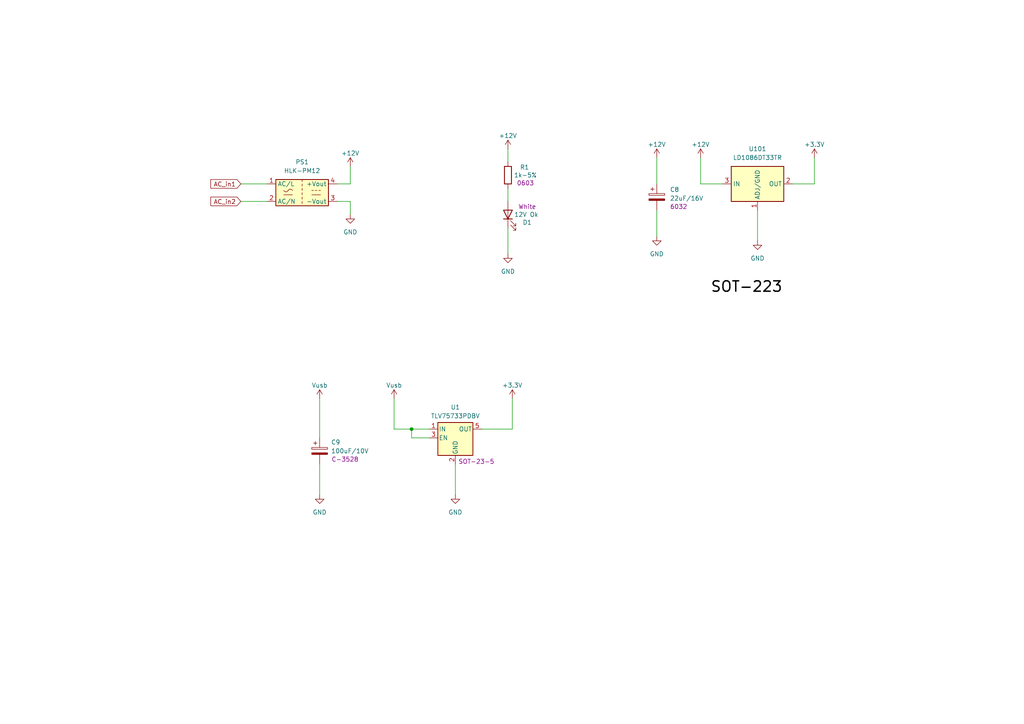
<source format=kicad_sch>
(kicad_sch (version 20250114) (generator "eeschema") (generator_version "9.0")
  (paper "A4")
  (lib_symbols
    (symbol "+3.3V_1" (power) (pin_names (offset 0))
      (property "Value" "+3.3V_1" (at 0 3.556 0))
      (symbol "+3.3V_1_0_1"
        (polyline (pts (xy -0.762 1.27) (xy 0 2.54)))
        (polyline (pts (xy 0 2.54) (xy 0.762 1.27)))
        (polyline (pts (xy 0 0) (xy 0 2.54)))
      )
      (symbol "+3.3V_1_1_1"
        (pin power_in line (at 0 0 90) (length 0) (hide yes) (name "+3.3V") (number "1"))
      )
    )
    (symbol "Converter_ACDC:HLK-PM12"
      (property "Reference" "PS" (at 0 5.08 0))
      (property "Value" "HLK-PM12" (at 0 -5.08 0))
      (symbol "HLK-PM12_0_1"
        (rectangle (start -7.62 3.81) (end 7.62 -3.81) (stroke (width 0.254)) (fill (type background)))
        (polyline (pts (xy -5.334 -0.635) (xy -2.794 -0.635)))
        (arc (start -4.064 0.635) (mid -4.699 0.2495) (end -5.334 0.635))
        (arc (start -4.064 0.635) (mid -3.429 1.0072) (end -2.794 0.635))
        (polyline (pts (xy 0 3.81) (xy 0 3.175)))
        (polyline (pts (xy 0 2.54) (xy 0 1.905)))
        (polyline (pts (xy 0 1.27) (xy 0 0.635)))
        (polyline (pts (xy 0 0) (xy 0 -0.635)))
        (polyline (pts (xy 0 -1.27) (xy 0 -1.905)))
        (polyline (pts (xy 0 -2.54) (xy 0 -3.175)))
        (polyline (pts (xy 2.794 0.635) (xy 3.302 0.635)))
        (polyline (pts (xy 2.794 -0.635) (xy 5.334 -0.635)))
        (polyline (pts (xy 3.81 0.635) (xy 4.318 0.635)))
        (polyline (pts (xy 4.826 0.635) (xy 5.334 0.635)))
      )
      (symbol "HLK-PM12_1_1"
        (pin power_in line (at -10.16 2.54 0) (length 2.54) (name "AC/L") (number "1"))
        (pin power_in line (at -10.16 -2.54 0) (length 2.54) (name "AC/N") (number "2"))
        (pin power_out line (at 10.16 2.54 180) (length 2.54) (name "+Vout") (number "4"))
        (pin power_out line (at 10.16 -2.54 180) (length 2.54) (name "-Vout") (number "3"))
      )
    )
    (symbol "Device:C_Polarized" (pin_numbers (hide yes)) (pin_names (offset 0.254))
      (property "Reference" "C" (at 0.635 2.54 0))
      (property "Value" "C_Polarized" (at 0.635 -2.54 0))
      (symbol "C_Polarized_0_1"
        (rectangle (start -2.286 0.508) (end 2.286 1.016))
        (polyline (pts (xy -1.778 2.286) (xy -0.762 2.286)))
        (polyline (pts (xy -1.27 2.794) (xy -1.27 1.778)))
        (rectangle (start 2.286 -0.508) (end -2.286 -1.016) (fill (type outline)))
      )
      (symbol "C_Polarized_1_1"
        (pin passive line (at 0 3.81 270) (length 2.794) (name "~") (number "1"))
        (pin passive line (at 0 -3.81 90) (length 2.794) (name "~") (number "2"))
      )
    )
    (symbol "Device:LED" (pin_numbers (hide yes)) (pin_names (offset 1.016) (hide yes))
      (property "Reference" "D" (at 0 2.54 0))
      (property "Value" "LED" (at 0 -2.54 0))
      (symbol "LED_0_1"
        (polyline (pts (xy -3.048 -0.762) (xy -4.572 -2.286) (xy -3.81 -2.286) (xy -4.572 -2.286) (xy -4.572 -1.524)))
        (polyline (pts (xy -1.778 -0.762) (xy -3.302 -2.286) (xy -2.54 -2.286) (xy -3.302 -2.286) (xy -3.302 -1.524)))
        (polyline (pts (xy -1.27 0) (xy 1.27 0)))
        (polyline (pts (xy -1.27 -1.27) (xy -1.27 1.27)) (stroke (width 0.254)))
        (polyline (pts (xy 1.27 -1.27) (xy 1.27 1.27) (xy -1.27 0) (xy 1.27 -1.27)) (stroke (width 0.254)))
      )
      (symbol "LED_1_1"
        (pin passive line (at -3.81 0 0) (length 2.54) (name "K") (number "1"))
        (pin passive line (at 3.81 0 180) (length 2.54) (name "A") (number "2"))
      )
    )
    (symbol "Device:R" (pin_numbers (hide yes)) (pin_names (offset 0))
      (property "Reference" "R" (at 2.032 0 90))
      (property "Value" "R" (at 0 0 90))
      (symbol "R_0_1"
        (rectangle (start -1.016 -2.54) (end 1.016 2.54) (stroke (width 0.254)))
      )
      (symbol "R_1_1"
        (pin passive line (at 0 3.81 270) (length 1.27) (name "~") (number "1"))
        (pin passive line (at 0 -3.81 90) (length 1.27) (name "~") (number "2"))
      )
    )
    (symbol "Regulator_Linear:LD1086D2T33TR"
      (property "Reference" "U" (at 0 10.16 0))
      (property "Value" "LD1086D2T33TR" (at 0 7.62 0))
      (symbol "LD1086D2T33TR_1_1"
        (rectangle (start -7.62 -5.08) (end 7.62 5.08) (stroke (width 0.254)) (fill (type background)))
        (pin power_in line (at -10.16 0 0) (length 2.54) (name "IN") (number "3"))
        (pin input line (at 0 -7.62 90) (length 2.54) (name "ADJ/GND") (number "1"))
        (pin power_out line (at 10.16 0 180) (length 2.54) (name "OUT") (number "2"))
      )
    )
    (symbol "Regulator_Linear:TLV75733PDBV" (pin_names (offset 0.254))
      (property "Reference" "U" (at -3.81 5.715 0))
      (property "Value" "TLV75733PDBV" (at 0 5.715 0))
      (symbol "TLV75733PDBV_0_1"
        (rectangle (start -5.08 4.445) (end 5.08 -5.08) (stroke (width 0.254)) (fill (type background)))
      )
      (symbol "TLV75733PDBV_1_1"
        (pin power_in line (at -7.62 2.54 0) (length 2.54) (name "IN") (number "1"))
        (pin input line (at -7.62 0 0) (length 2.54) (name "EN") (number "3"))
        (pin power_in line (at 0 -7.62 90) (length 2.54) (name "GND") (number "2"))
        (pin no_connect line (at 5.08 0 180) (length 2.54) (hide yes) (name "NC") (number "4"))
        (pin power_out line (at 7.62 2.54 180) (length 2.54) (name "OUT") (number "5"))
      )
    )
    (symbol "power:+3.3V" (power) (pin_names (offset 0))
      (property "Value" "+3.3V" (at 0 3.556 0))
      (symbol "+3.3V_0_1"
        (polyline (pts (xy -0.762 1.27) (xy 0 2.54)))
        (polyline (pts (xy 0 2.54) (xy 0.762 1.27)))
        (polyline (pts (xy 0 0) (xy 0 2.54)))
      )
      (symbol "+3.3V_1_1"
        (pin power_in line (at 0 0 90) (length 0) (hide yes) (name "+3.3V") (number "1"))
      )
    )
    (symbol "power:+5VP" (power) (pin_names (offset 0))
      (property "Value" "+5VP" (at 0 3.556 0))
      (symbol "+5VP_0_1"
        (polyline (pts (xy -0.762 1.27) (xy 0 2.54)))
        (polyline (pts (xy 0 2.54) (xy 0.762 1.27)))
        (polyline (pts (xy 0 0) (xy 0 2.54)))
      )
      (symbol "+5VP_1_1"
        (pin power_in line (at 0 0 90) (length 0) (hide yes) (name "+5VP") (number "1"))
      )
    )
    (symbol "power:GND" (power) (pin_names (offset 0))
      (property "Value" "GND" (at 0 -3.81 0))
      (symbol "GND_0_1"
        (polyline (pts (xy 0 0) (xy 0 -1.27) (xy 1.27 -1.27) (xy 0 -2.54) (xy -1.27 -1.27) (xy 0 -1.27)))
      )
      (symbol "GND_1_1"
        (pin power_in line (at 0 0 270) (length 0) (hide yes) (name "GND") (number "1"))
      )
    )
  )
  (text "SOT-223" (at 205.994 85.09 0) (effects (font (size 3 3) (thickness 0.4) (bold yes)) (justify left bottom)))
  (junction (at 119.38 124.46))
  (wire (pts (xy 92.71 115.57) (xy 92.71 127)))
  (wire (pts (xy 119.38 124.46) (xy 114.3 124.46)))
  (wire (pts (xy 147.32 66.04) (xy 147.32 73.66)))
  (wire (pts (xy 92.71 143.51) (xy 92.71 134.62)))
  (wire (pts (xy 190.5 45.72) (xy 190.5 53.34)))
  (wire (pts (xy 236.22 53.34) (xy 229.87 53.34)))
  (wire (pts (xy 114.3 124.46) (xy 114.3 115.57)))
  (wire (pts (xy 97.79 58.42) (xy 101.6 58.42)))
  (wire (pts (xy 148.59 124.46) (xy 139.7 124.46)))
  (wire (pts (xy 119.38 127) (xy 119.38 124.46)))
  (wire (pts (xy 101.6 48.26) (xy 101.6 53.34)))
  (wire (pts (xy 219.71 69.85) (xy 219.71 60.96)))
  (wire (pts (xy 147.32 43.18) (xy 147.32 46.99)))
  (wire (pts (xy 69.85 53.34) (xy 77.47 53.34)))
  (wire (pts (xy 101.6 53.34) (xy 97.79 53.34)))
  (wire (pts (xy 190.5 60.96) (xy 190.5 68.58)))
  (wire (pts (xy 124.46 124.46) (xy 119.38 124.46)))
  (wire (pts (xy 209.55 53.34) (xy 203.2 53.34)))
  (wire (pts (xy 124.46 127) (xy 119.38 127)))
  (wire (pts (xy 132.08 143.51) (xy 132.08 134.62)))
  (wire (pts (xy 69.85 58.42) (xy 77.47 58.42)))
  (wire (pts (xy 203.2 53.34) (xy 203.2 45.72)))
  (wire (pts (xy 101.6 58.42) (xy 101.6 62.23)))
  (wire (pts (xy 147.32 54.61) (xy 147.32 58.42)))
  (wire (pts (xy 148.59 115.57) (xy 148.59 124.46)))
  (wire (pts (xy 236.22 45.72) (xy 236.22 53.34)))
  (global_label "AC_in1" (shape input) (at 69.85 53.34 180) (property "Intersheetrefs" "${INTERSHEET_REFS}" (effects (hide yes))))
  (global_label "AC_in2" (shape input) (at 69.85 58.42 180) (property "Intersheetrefs" "${INTERSHEET_REFS}" (effects (hide yes))))
  (symbol (lib_name "+3.3V_1") (lib_id "power:+3.3V") (at 236.22 45.72 0) (unit 1)
    (property "Reference" "#PWR05" (effects (hide yes)))
    (property "Value" "+3.3V" (at 236.22 41.91 0))
  )
  (symbol (lib_id "power:+5VP") (at 114.3 115.57 0) (unit 1)
    (property "Reference" "#PWR054" (effects (hide yes)))
    (property "Value" "Vusb" (at 114.3 111.76 0))
  )
  (symbol (lib_id "power:+3.3V") (at 203.2 45.72 0) (unit 1)
    (property "Reference" "#PWR03" (effects (hide yes)))
    (property "Value" "+12V" (at 203.2 41.91 0))
  )
  (symbol (lib_id "Device:C_Polarized") (at 190.5 57.15 0) (unit 1)
    (property "Reference" "C8" (at 194.31 54.9909 0) (effects (justify left)))
    (property "Value" "22uF/16V" (at 194.31 57.5309 0) (effects (justify left)))
    (property "Footprint" "Capacitor_Tantalum_SMD:CP_EIA-6032-20_AVX-F" (effects (hide yes)))
    (property "Description" "Polarized capacitor" (effects (hide yes)))
    (property "LCSC part" "C11376" (effects (hide yes)))
    (property "Manufacturer" "Kyocera AVX" (effects (hide yes)))
    (property "Package" "6032" (at 196.85 59.944 0))
  )
  (symbol (lib_id "Regulator_Linear:TLV75733PDBV") (at 132.08 127 0) (unit 1)
    (property "Reference" "U1" (at 132.08 118.11 0))
    (property "Value" "TLV75733PDBV" (at 132.08 120.65 0))
    (property "Footprint" "Package_TO_SOT_SMD:SOT-23-5" (effects (hide yes)))
    (property "Datasheet" "https://www.ti.com/lit/ds/symlink/tlv757p.pdf" (effects (hide yes)))
    (property "Description" "1A Low IQ Small Size Low Dropout Voltage Regulator, Fixed Output 3.3V, SOT-23-5" (effects (hide yes)))
    (property "LCSC part" "C485517" (effects (hide yes)))
    (property "Manufacturer" "Texas Instruments" (effects (hide yes)))
    (property "Package" "SOT-23-5" (at 138.176 133.858 0))
  )
  (symbol (lib_id "power:GND") (at 190.5 68.58 0) (unit 1)
    (property "Reference" "#PWR08" (effects (hide yes)))
    (property "Value" "GND" (at 190.5 73.66 0))
  )
  (symbol (lib_id "Device:LED") (at 147.32 62.23 90) (unit 1)
    (property "Reference" "D1" (at 152.908 64.516 90))
    (property "Value" "12V Ok" (at 152.654 62.23 90))
    (property "Footprint" "LED_SMD:LED_0603_1608Metric" (effects (hide yes)))
    (property "LCSC part" "C965808" (effects (hide yes)))
    (property "Manufacturer" "XINGLIGHT" (effects (hide yes)))
    (property "Package" "White" (at 152.908 59.944 90))
  )
  (symbol (lib_name "+3.3V_1") (lib_id "power:+3.3V") (at 148.59 115.57 0) (unit 1)
    (property "Reference" "#PWR018" (effects (hide yes)))
    (property "Value" "+3.3V" (at 148.59 111.76 0))
  )
  (symbol (lib_id "Device:R") (at 147.32 50.8 0) (unit 1)
    (property "Reference" "R1" (at 152.146 48.514 0))
    (property "Value" "1k-5%" (at 152.4 50.8 0))
    (property "Footprint" "Resistor_SMD:R_0603_1608Metric" (effects (hide yes)))
    (property "LCSC part" "C2907113" (effects (hide yes)))
    (property "Manufacturer" "FOJAN" (effects (hide yes)))
    (property "Package" "0603" (at 152.4 53.086 0))
  )
  (symbol (lib_id "Converter_ACDC:HLK-PM12") (at 87.63 55.88 0) (unit 1)
    (property "Reference" "PS1" (at 87.63 46.99 0))
    (property "Value" "HLK-PM12" (at 87.63 49.53 0))
    (property "Footprint" "footprints:C209905_HLK-PM12_mod" (effects (hide yes)))
    (property "Datasheet" "https://h.hlktech.com/download/ACDC%E7%94%B5%E6%BA%90%E6%A8%A1%E5%9D%973W%E7%B3%BB%E5%88%97/1/%E6%B5%B7%E5%87%8C%E7%A7%913W%E7%B3%BB%E5%88%97%E7%94%B5%E6%BA%90%E6%A8%A1%E5%9D%97%E8%A7%84%E6%A0%BC%E4%B9%A6V2.8.pdf" (effects (hide yes)))
    (property "Description" "Compact AC/DC board mount power module 3W 12V" (effects (hide yes)))
    (property "LCSC part" "C209905" (effects (hide yes)))
    (property "Manufacturer" "Hi-Link" (effects (hide yes)))
  )
  (symbol (lib_id "Device:C_Polarized") (at 92.71 130.81 0) (unit 1)
    (property "Reference" "C9" (at 96.012 128.27 0) (effects (justify left)))
    (property "Value" "100uF/10V" (at 96.012 130.81 0) (effects (justify left)))
    (property "Footprint" "Capacitor_Tantalum_SMD:CP_EIA-3528-21_Kemet-B" (effects (hide yes)))
    (property "Description" "Polarized capacitor" (effects (hide yes)))
    (property "LCSC part" "C122271" (effects (hide yes)))
    (property "Manufacturer" "Kemet" (effects (hide yes)))
    (property "Package" "C-3528" (at 100.076 133.2231 0))
  )
  (symbol (lib_id "power:GND") (at 219.71 69.85 0) (unit 1)
    (property "Reference" "#PWR09" (effects (hide yes)))
    (property "Value" "GND" (at 219.71 74.93 0))
  )
  (symbol (lib_id "power:GND") (at 132.08 143.51 0) (unit 1)
    (property "Reference" "#PWR011" (effects (hide yes)))
    (property "Value" "GND" (at 132.08 148.59 0))
  )
  (symbol (lib_id "power:GND") (at 147.32 73.66 0) (unit 1)
    (property "Reference" "#PWR010" (effects (hide yes)))
    (property "Value" "GND" (at 147.32 78.74 0))
  )
  (symbol (lib_id "power:+5VP") (at 92.71 115.57 0) (unit 1)
    (property "Reference" "#PWR055" (effects (hide yes)))
    (property "Value" "Vusb" (at 92.71 111.76 0))
  )
  (symbol (lib_id "power:GND") (at 92.71 143.51 0) (unit 1)
    (property "Reference" "#PWR019" (effects (hide yes)))
    (property "Value" "GND" (at 92.71 148.59 0))
  )
  (symbol (lib_id "power:+3.3V") (at 147.32 43.18 0) (unit 1)
    (property "Reference" "#PWR01" (effects (hide yes)))
    (property "Value" "+12V" (at 147.32 39.37 0))
  )
  (symbol (lib_id "power:+3.3V") (at 101.6 48.26 0) (unit 1)
    (property "Reference" "#PWR06" (effects (hide yes)))
    (property "Value" "+12V" (at 101.6 44.45 0))
  )
  (symbol (lib_id "power:+3.3V") (at 190.5 45.72 0) (unit 1)
    (property "Reference" "#PWR02" (effects (hide yes)))
    (property "Value" "+12V" (at 190.5 41.91 0))
  )
  (symbol (lib_id "Regulator_Linear:LD1086D2T33TR") (at 219.71 53.34 0) (unit 1)
    (property "Reference" "U101" (at 219.71 43.18 0))
    (property "Value" "LD1086DT33TR" (at 219.71 45.72 0))
    (property "Footprint" "Package_TO_SOT_SMD:TO-252-2" (effects (hide yes)))
    (property "Datasheet" "https://www.st.com/resource/en/datasheet/ld1086.pdf" (effects (hide yes)))
    (property "Description" "Positive, 1.5A 30V, Linear Regulator, Fixed Output 3.3V, TO-263" (effects (hide yes)))
    (property "LCSC part" "C12051" (effects (hide yes)))
    (property "Manufacturer" "STMicroelectronics" (effects (hide yes)))
  )
  (symbol (lib_id "power:GND") (at 101.6 62.23 0) (unit 1)
    (property "Reference" "#PWR07" (effects (hide yes)))
    (property "Value" "GND" (at 101.6 67.31 0))
  )
)
</source>
